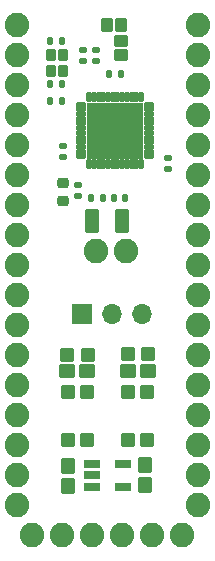
<source format=gbr>
G04 #@! TF.GenerationSoftware,KiCad,Pcbnew,(7.0.0)*
G04 #@! TF.CreationDate,2023-04-22T14:52:30+07:00*
G04 #@! TF.ProjectId,sparkfun-nrf52832-breakout,73706172-6b66-4756-9e2d-6e7266353238,rev?*
G04 #@! TF.SameCoordinates,Original*
G04 #@! TF.FileFunction,Soldermask,Top*
G04 #@! TF.FilePolarity,Negative*
%FSLAX46Y46*%
G04 Gerber Fmt 4.6, Leading zero omitted, Abs format (unit mm)*
G04 Created by KiCad (PCBNEW (7.0.0)) date 2023-04-22 14:52:30*
%MOMM*%
%LPD*%
G01*
G04 APERTURE LIST*
G04 Aperture macros list*
%AMRoundRect*
0 Rectangle with rounded corners*
0 $1 Rounding radius*
0 $2 $3 $4 $5 $6 $7 $8 $9 X,Y pos of 4 corners*
0 Add a 4 corners polygon primitive as box body*
4,1,4,$2,$3,$4,$5,$6,$7,$8,$9,$2,$3,0*
0 Add four circle primitives for the rounded corners*
1,1,$1+$1,$2,$3*
1,1,$1+$1,$4,$5*
1,1,$1+$1,$6,$7*
1,1,$1+$1,$8,$9*
0 Add four rect primitives between the rounded corners*
20,1,$1+$1,$2,$3,$4,$5,0*
20,1,$1+$1,$4,$5,$6,$7,0*
20,1,$1+$1,$6,$7,$8,$9,0*
20,1,$1+$1,$8,$9,$2,$3,0*%
G04 Aperture macros list end*
%ADD10RoundRect,0.140000X0.140000X0.170000X-0.140000X0.170000X-0.140000X-0.170000X0.140000X-0.170000X0*%
%ADD11RoundRect,0.140000X-0.140000X-0.170000X0.140000X-0.170000X0.140000X0.170000X-0.140000X0.170000X0*%
%ADD12RoundRect,0.140000X-0.170000X0.140000X-0.170000X-0.140000X0.170000X-0.140000X0.170000X0.140000X0*%
%ADD13RoundRect,0.225000X-0.250000X0.225000X-0.250000X-0.225000X0.250000X-0.225000X0.250000X0.225000X0*%
%ADD14RoundRect,0.140000X0.170000X-0.140000X0.170000X0.140000X-0.170000X0.140000X-0.170000X-0.140000X0*%
%ADD15RoundRect,0.101600X-0.550000X-0.500000X0.550000X-0.500000X0.550000X0.500000X-0.550000X0.500000X0*%
%ADD16R,1.700000X1.700000*%
%ADD17O,1.700000X1.700000*%
%ADD18RoundRect,0.101600X-0.500000X0.550000X-0.500000X-0.550000X0.500000X-0.550000X0.500000X0.550000X0*%
%ADD19C,2.082800*%
%ADD20RoundRect,0.101600X-0.450000X0.425000X-0.450000X-0.425000X0.450000X-0.425000X0.450000X0.425000X0*%
%ADD21RoundRect,0.251600X-0.350000X0.350000X-0.350000X-0.350000X0.350000X-0.350000X0.350000X0.350000X0*%
%ADD22RoundRect,0.101600X0.500000X-0.450000X0.500000X0.450000X-0.500000X0.450000X-0.500000X-0.450000X0*%
%ADD23RoundRect,0.101600X0.115000X0.340000X-0.115000X0.340000X-0.115000X-0.340000X0.115000X-0.340000X0*%
%ADD24RoundRect,0.101600X-0.340000X0.115000X-0.340000X-0.115000X0.340000X-0.115000X0.340000X0.115000X0*%
%ADD25RoundRect,0.101600X-0.115000X-0.340000X0.115000X-0.340000X0.115000X0.340000X-0.115000X0.340000X0*%
%ADD26RoundRect,0.101600X0.340000X-0.115000X0.340000X0.115000X-0.340000X0.115000X-0.340000X-0.115000X0*%
%ADD27RoundRect,0.101600X2.300000X-2.300000X2.300000X2.300000X-2.300000X2.300000X-2.300000X-2.300000X0*%
%ADD28RoundRect,0.101600X-0.600000X0.275000X-0.600000X-0.275000X0.600000X-0.275000X0.600000X0.275000X0*%
%ADD29RoundRect,0.101600X0.425000X0.450000X-0.425000X0.450000X-0.425000X-0.450000X0.425000X-0.450000X0*%
%ADD30RoundRect,0.101600X0.500000X0.900000X-0.500000X0.900000X-0.500000X-0.900000X0.500000X-0.900000X0*%
%ADD31RoundRect,0.101600X0.350000X-0.375000X0.350000X0.375000X-0.350000X0.375000X-0.350000X-0.375000X0*%
%ADD32RoundRect,0.101600X-0.350000X0.375000X-0.350000X-0.375000X0.350000X-0.375000X0.350000X0.375000X0*%
G04 APERTURE END LIST*
D10*
G04 #@! TO.C,C16*
X144630000Y-92950000D03*
X143670000Y-92950000D03*
G04 #@! TD*
D11*
G04 #@! TO.C,C14*
X149020000Y-101175000D03*
X149980000Y-101175000D03*
G04 #@! TD*
D10*
G04 #@! TO.C,C13*
X148105000Y-101175000D03*
X147145000Y-101175000D03*
G04 #@! TD*
D11*
G04 #@! TO.C,C11*
X148670000Y-90720000D03*
X149630000Y-90720000D03*
G04 #@! TD*
D12*
G04 #@! TO.C,C15*
X153600000Y-97770000D03*
X153600000Y-98730000D03*
G04 #@! TD*
G04 #@! TO.C,C6*
X144750000Y-96795000D03*
X144750000Y-97755000D03*
G04 #@! TD*
D13*
G04 #@! TO.C,C17*
X144750000Y-99900000D03*
X144750000Y-101450000D03*
G04 #@! TD*
D14*
G04 #@! TO.C,C3*
X145975000Y-101055000D03*
X145975000Y-100095000D03*
G04 #@! TD*
D10*
G04 #@! TO.C,C9*
X144630000Y-87875000D03*
X143670000Y-87875000D03*
G04 #@! TD*
D12*
G04 #@! TO.C,C5*
X146450000Y-88620000D03*
X146450000Y-89580000D03*
G04 #@! TD*
G04 #@! TO.C,C4*
X147500000Y-88620000D03*
X147500000Y-89580000D03*
G04 #@! TD*
D10*
G04 #@! TO.C,C10*
X144630000Y-91550000D03*
X143670000Y-91550000D03*
G04 #@! TD*
D15*
G04 #@! TO.C,R2*
X145100000Y-115800000D03*
X146800000Y-115800000D03*
G04 #@! TD*
D16*
G04 #@! TO.C,J5*
X146354999Y-111039999D03*
D17*
X148894999Y-111039999D03*
X151434999Y-111039999D03*
G04 #@! TD*
D18*
G04 #@! TO.C,C2*
X151700000Y-123800000D03*
X151700000Y-125500000D03*
G04 #@! TD*
D19*
G04 #@! TO.C,J4*
X156150000Y-127220000D03*
X156150000Y-124680000D03*
X156150000Y-122140000D03*
X156150000Y-119600000D03*
X156150000Y-117060000D03*
X156150000Y-114520000D03*
X156150000Y-111980000D03*
X156150000Y-109440000D03*
X156150000Y-106900000D03*
X156150000Y-104360000D03*
X156150000Y-101820000D03*
X156150000Y-99280000D03*
X156150000Y-96740000D03*
X156150000Y-94200000D03*
X156150000Y-91660000D03*
X156150000Y-89120000D03*
X156150000Y-86580000D03*
G04 #@! TD*
D20*
G04 #@! TO.C,L1*
X149675000Y-87920000D03*
X149675000Y-89080000D03*
G04 #@! TD*
D19*
G04 #@! TO.C,J1*
X142130000Y-129750000D03*
X144670000Y-129750000D03*
X147210000Y-129750000D03*
X149750000Y-129750000D03*
X152290000Y-129750000D03*
X154830000Y-129750000D03*
G04 #@! TD*
G04 #@! TO.C,J2*
X150070000Y-105650000D03*
X147530000Y-105650000D03*
G04 #@! TD*
D21*
G04 #@! TO.C,D1*
X145093000Y-114520000D03*
X146847000Y-114520000D03*
G04 #@! TD*
D22*
G04 #@! TO.C,SW1*
X146750000Y-121675000D03*
X146750000Y-117575000D03*
X145150000Y-117575000D03*
X145150000Y-121675000D03*
G04 #@! TD*
D21*
G04 #@! TO.C,D2*
X150198000Y-114425000D03*
X151952000Y-114425000D03*
G04 #@! TD*
D23*
G04 #@! TO.C,U2*
X146940000Y-98335000D03*
X147340000Y-98335000D03*
X147740000Y-98335000D03*
X148140000Y-98335000D03*
X148540000Y-98335000D03*
X148940000Y-98335000D03*
X149340000Y-98335000D03*
X149740000Y-98335000D03*
X150140000Y-98335000D03*
X150540000Y-98335000D03*
X150940000Y-98335000D03*
X151340000Y-98335000D03*
D24*
X152000000Y-97675000D03*
X152000000Y-97275000D03*
X152000000Y-96875000D03*
X152000000Y-96475000D03*
X152000000Y-96075000D03*
X152000000Y-95675000D03*
X152000000Y-95275000D03*
X152000000Y-94875000D03*
X152000000Y-94475000D03*
X152000000Y-94075000D03*
X152000000Y-93675000D03*
X152000000Y-93275000D03*
D25*
X151340000Y-92615000D03*
X150940000Y-92615000D03*
X150540000Y-92615000D03*
X150140000Y-92615000D03*
X149740000Y-92615000D03*
X149340000Y-92615000D03*
X148940000Y-92615000D03*
X148540000Y-92615000D03*
X148140000Y-92615000D03*
X147740000Y-92615000D03*
X147340000Y-92615000D03*
X146940000Y-92615000D03*
D26*
X146280000Y-93275000D03*
X146280000Y-93675000D03*
X146280000Y-94075000D03*
X146280000Y-94475000D03*
X146280000Y-94875000D03*
X146280000Y-95275000D03*
X146280000Y-95675000D03*
X146280000Y-96075000D03*
X146280000Y-96475000D03*
X146280000Y-96875000D03*
X146280000Y-97275000D03*
X146280000Y-97675000D03*
D27*
X149140000Y-95475000D03*
G04 #@! TD*
D19*
G04 #@! TO.C,J3*
X140875000Y-127200000D03*
X140875000Y-124660000D03*
X140875000Y-122120000D03*
X140875000Y-119580000D03*
X140875000Y-117040000D03*
X140875000Y-114500000D03*
X140875000Y-111960000D03*
X140875000Y-109420000D03*
X140875000Y-106880000D03*
X140875000Y-104340000D03*
X140875000Y-101800000D03*
X140875000Y-99260000D03*
X140875000Y-96720000D03*
X140875000Y-94180000D03*
X140875000Y-91640000D03*
X140875000Y-89100000D03*
X140875000Y-86560000D03*
G04 #@! TD*
D28*
G04 #@! TO.C,U1*
X147224900Y-123725000D03*
X147224900Y-124675000D03*
X147224900Y-125625000D03*
X149825100Y-125625000D03*
X149825100Y-123725000D03*
G04 #@! TD*
D22*
G04 #@! TO.C,SW2*
X151850000Y-121675000D03*
X151850000Y-117575000D03*
X150250000Y-117575000D03*
X150250000Y-121675000D03*
G04 #@! TD*
D15*
G04 #@! TO.C,R1*
X150225000Y-115800000D03*
X151925000Y-115800000D03*
G04 #@! TD*
D18*
G04 #@! TO.C,C1*
X145150000Y-123900000D03*
X145150000Y-125600000D03*
G04 #@! TD*
D29*
G04 #@! TO.C,C12*
X149655000Y-86575000D03*
X148495000Y-86575000D03*
G04 #@! TD*
D30*
G04 #@! TO.C,Y2*
X149725000Y-103100000D03*
X147225000Y-103100000D03*
G04 #@! TD*
D31*
G04 #@! TO.C,Y1*
X144700000Y-90425000D03*
D32*
X144700000Y-89075000D03*
X143700000Y-89075000D03*
D31*
X143700000Y-90425000D03*
G04 #@! TD*
M02*

</source>
